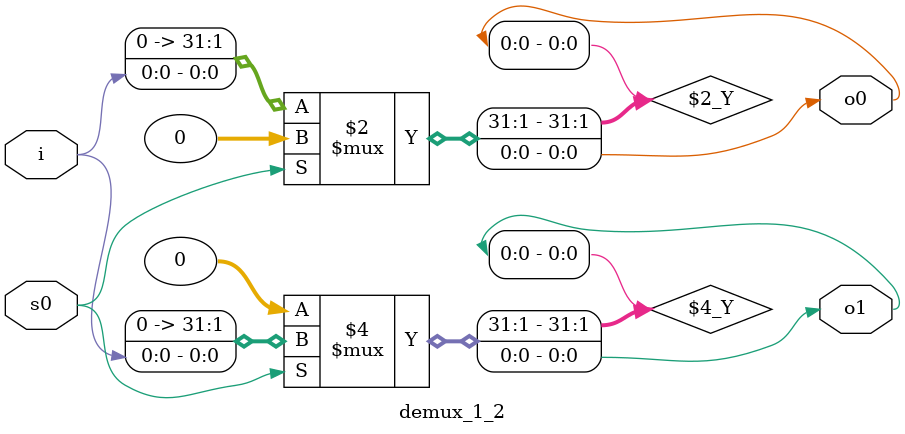
<source format=v>
module demux_1_2 (
    i,o0,o1,s0
);
    input i,s0;
    output o0,o1;

    assign o0 = s0? 0 : i;
    assign o1 = s0? i : 0;
endmodule
</source>
